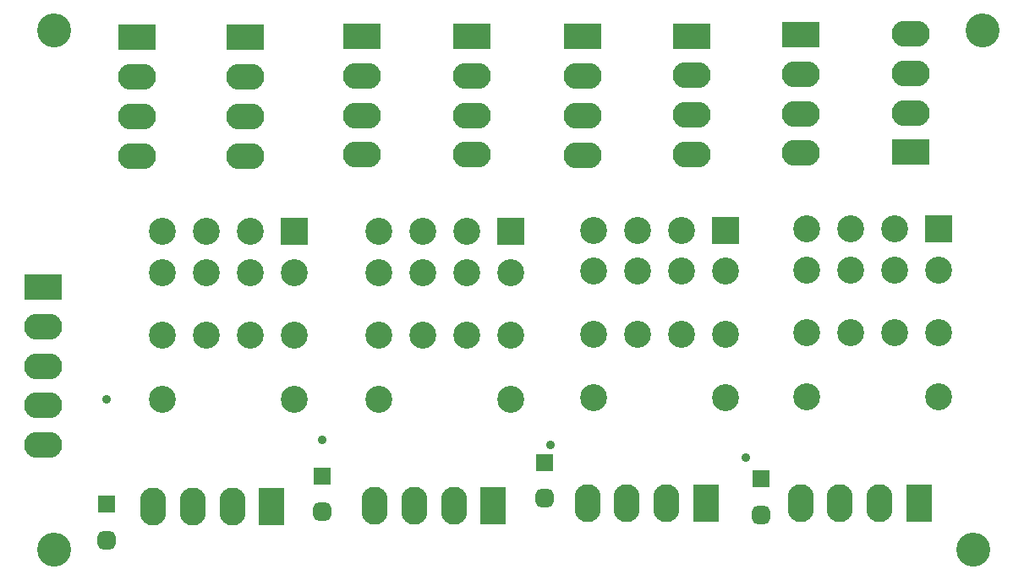
<source format=gts>
G04*
G04 #@! TF.GenerationSoftware,Altium Limited,Altium Designer,20.2.2 (114)*
G04*
G04 Layer_Color=8388736*
%FSLAX44Y44*%
%MOMM*%
G71*
G04*
G04 #@! TF.SameCoordinates,263EBA9D-054C-40F6-8731-2C9348E58862*
G04*
G04*
G04 #@! TF.FilePolarity,Negative*
G04*
G01*
G75*
%ADD14R,1.8032X1.8032*%
G04:AMPARAMS|DCode=15|XSize=1.8032mm|YSize=1.8032mm|CornerRadius=0.5016mm|HoleSize=0mm|Usage=FLASHONLY|Rotation=90.000|XOffset=0mm|YOffset=0mm|HoleType=Round|Shape=RoundedRectangle|*
%AMROUNDEDRECTD15*
21,1,1.8032,0.8000,0,0,90.0*
21,1,0.8000,1.8032,0,0,90.0*
1,1,1.0032,0.4000,0.4000*
1,1,1.0032,0.4000,-0.4000*
1,1,1.0032,-0.4000,-0.4000*
1,1,1.0032,-0.4000,0.4000*
%
%ADD15ROUNDEDRECTD15*%
%ADD16R,3.8032X2.6032*%
%ADD17O,3.8032X2.6032*%
%ADD18R,2.6032X3.8032*%
%ADD19O,2.6032X3.8032*%
%ADD20C,2.7032*%
%ADD21R,2.7032X2.7032*%
%ADD22C,0.9144*%
%ADD23C,3.4032*%
D14*
X530860Y127220D02*
D03*
X748030Y110710D02*
D03*
X308610Y113470D02*
D03*
X92710Y85310D02*
D03*
D15*
X530860Y91220D02*
D03*
X748030Y74710D02*
D03*
X308610Y77470D02*
D03*
X92710Y49310D02*
D03*
D16*
X787753Y555970D02*
D03*
X568960Y554180D02*
D03*
X678686Y554700D02*
D03*
X123190Y553140D02*
D03*
X231140D02*
D03*
X347980Y554410D02*
D03*
X458470D02*
D03*
X897890Y438150D02*
D03*
X29210Y302950D02*
D03*
D17*
X787753Y516370D02*
D03*
Y476770D02*
D03*
Y437170D02*
D03*
X568960Y514580D02*
D03*
Y474980D02*
D03*
Y435380D02*
D03*
X678686Y515100D02*
D03*
Y475500D02*
D03*
Y435900D02*
D03*
X123190Y513540D02*
D03*
Y473940D02*
D03*
Y434340D02*
D03*
X231140Y513540D02*
D03*
Y473940D02*
D03*
Y434340D02*
D03*
X347980Y514810D02*
D03*
Y475210D02*
D03*
Y435610D02*
D03*
X458470Y514810D02*
D03*
Y475210D02*
D03*
Y435610D02*
D03*
X897890Y477750D02*
D03*
Y517350D02*
D03*
Y556950D02*
D03*
X29210Y263350D02*
D03*
Y223750D02*
D03*
Y184150D02*
D03*
Y144550D02*
D03*
D18*
X257810Y82550D02*
D03*
X905970Y86360D02*
D03*
X692610D02*
D03*
X479770Y83820D02*
D03*
D19*
X218210Y82550D02*
D03*
X178610D02*
D03*
X139010D02*
D03*
X866370Y86360D02*
D03*
X826770D02*
D03*
X787170D02*
D03*
X653010D02*
D03*
X613410D02*
D03*
X573810D02*
D03*
X440170Y83820D02*
D03*
X400570D02*
D03*
X360970D02*
D03*
D20*
X148670Y190500D02*
D03*
Y254500D02*
D03*
X280670Y190500D02*
D03*
Y254500D02*
D03*
X236670D02*
D03*
X192670D02*
D03*
X236670Y317500D02*
D03*
X280670D02*
D03*
X192670D02*
D03*
X148670D02*
D03*
X236670Y358500D02*
D03*
X192670D02*
D03*
X148670D02*
D03*
X580047Y191770D02*
D03*
Y255770D02*
D03*
X712047Y191770D02*
D03*
Y255770D02*
D03*
X668047D02*
D03*
X624047D02*
D03*
X668047Y318770D02*
D03*
X712047D02*
D03*
X624047D02*
D03*
X580047D02*
D03*
X668047Y359770D02*
D03*
X624047D02*
D03*
X580047D02*
D03*
X364994Y190500D02*
D03*
Y254500D02*
D03*
X496993Y190500D02*
D03*
Y254500D02*
D03*
X452993D02*
D03*
X408993D02*
D03*
X452993Y317500D02*
D03*
X496993D02*
D03*
X408993D02*
D03*
X364994D02*
D03*
X452993Y358500D02*
D03*
X408993D02*
D03*
X364994D02*
D03*
X793830Y193040D02*
D03*
Y257040D02*
D03*
X925830Y193040D02*
D03*
Y257040D02*
D03*
X881830D02*
D03*
X837830D02*
D03*
X881830Y320040D02*
D03*
X925830D02*
D03*
X837830D02*
D03*
X793830D02*
D03*
X881830Y361040D02*
D03*
X837830D02*
D03*
X793830D02*
D03*
D21*
X280670Y358500D02*
D03*
X712047Y359770D02*
D03*
X496993Y358500D02*
D03*
X925830Y361040D02*
D03*
D22*
X92710Y190500D02*
D03*
X537210Y144780D02*
D03*
X732790Y132080D02*
D03*
X308610Y149860D02*
D03*
D23*
X960000Y40000D02*
D03*
X970000Y560000D02*
D03*
X40000D02*
D03*
Y40000D02*
D03*
M02*

</source>
